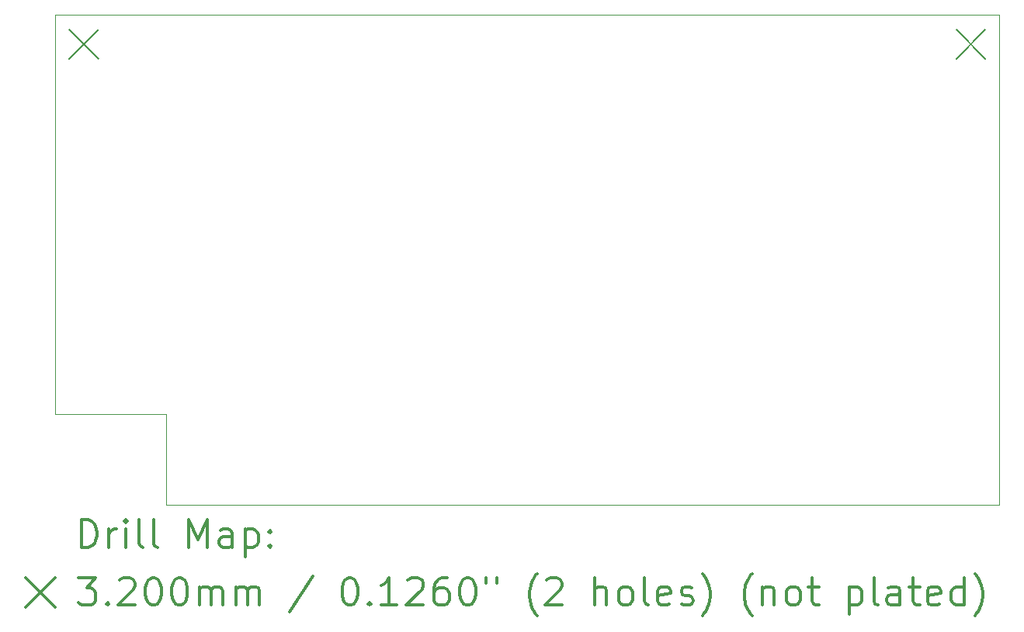
<source format=gbr>
%FSLAX45Y45*%
G04 Gerber Fmt 4.5, Leading zero omitted, Abs format (unit mm)*
G04 Created by KiCad (PCBNEW (5.1.12)-1) date 2022-10-05 20:03:58*
%MOMM*%
%LPD*%
G01*
G04 APERTURE LIST*
%TA.AperFunction,Profile*%
%ADD10C,0.050000*%
%TD*%
%ADD11C,0.200000*%
%ADD12C,0.300000*%
G04 APERTURE END LIST*
D10*
X12577620Y-13870746D02*
X12577620Y-14860746D01*
X12577620Y-13870746D02*
X11368620Y-13870746D01*
X21664620Y-9514746D02*
X21664620Y-14860746D01*
X11368620Y-9514746D02*
X21664620Y-9514746D01*
X11368620Y-13870746D02*
X11368620Y-9514746D01*
X21664620Y-14860746D02*
X12577620Y-14860746D01*
D11*
X11517620Y-9675746D02*
X11837620Y-9995746D01*
X11837620Y-9675746D02*
X11517620Y-9995746D01*
X21192620Y-9675746D02*
X21512620Y-9995746D01*
X21512620Y-9675746D02*
X21192620Y-9995746D01*
D12*
X11652548Y-15328960D02*
X11652548Y-15028960D01*
X11723977Y-15028960D01*
X11766834Y-15043246D01*
X11795406Y-15071817D01*
X11809691Y-15100389D01*
X11823977Y-15157532D01*
X11823977Y-15200389D01*
X11809691Y-15257532D01*
X11795406Y-15286103D01*
X11766834Y-15314675D01*
X11723977Y-15328960D01*
X11652548Y-15328960D01*
X11952548Y-15328960D02*
X11952548Y-15128960D01*
X11952548Y-15186103D02*
X11966834Y-15157532D01*
X11981120Y-15143246D01*
X12009691Y-15128960D01*
X12038263Y-15128960D01*
X12138263Y-15328960D02*
X12138263Y-15128960D01*
X12138263Y-15028960D02*
X12123977Y-15043246D01*
X12138263Y-15057532D01*
X12152548Y-15043246D01*
X12138263Y-15028960D01*
X12138263Y-15057532D01*
X12323977Y-15328960D02*
X12295406Y-15314675D01*
X12281120Y-15286103D01*
X12281120Y-15028960D01*
X12481120Y-15328960D02*
X12452548Y-15314675D01*
X12438263Y-15286103D01*
X12438263Y-15028960D01*
X12823977Y-15328960D02*
X12823977Y-15028960D01*
X12923977Y-15243246D01*
X13023977Y-15028960D01*
X13023977Y-15328960D01*
X13295406Y-15328960D02*
X13295406Y-15171817D01*
X13281120Y-15143246D01*
X13252548Y-15128960D01*
X13195406Y-15128960D01*
X13166834Y-15143246D01*
X13295406Y-15314675D02*
X13266834Y-15328960D01*
X13195406Y-15328960D01*
X13166834Y-15314675D01*
X13152548Y-15286103D01*
X13152548Y-15257532D01*
X13166834Y-15228960D01*
X13195406Y-15214675D01*
X13266834Y-15214675D01*
X13295406Y-15200389D01*
X13438263Y-15128960D02*
X13438263Y-15428960D01*
X13438263Y-15143246D02*
X13466834Y-15128960D01*
X13523977Y-15128960D01*
X13552548Y-15143246D01*
X13566834Y-15157532D01*
X13581120Y-15186103D01*
X13581120Y-15271817D01*
X13566834Y-15300389D01*
X13552548Y-15314675D01*
X13523977Y-15328960D01*
X13466834Y-15328960D01*
X13438263Y-15314675D01*
X13709691Y-15300389D02*
X13723977Y-15314675D01*
X13709691Y-15328960D01*
X13695406Y-15314675D01*
X13709691Y-15300389D01*
X13709691Y-15328960D01*
X13709691Y-15143246D02*
X13723977Y-15157532D01*
X13709691Y-15171817D01*
X13695406Y-15157532D01*
X13709691Y-15143246D01*
X13709691Y-15171817D01*
X11046120Y-15663246D02*
X11366120Y-15983246D01*
X11366120Y-15663246D02*
X11046120Y-15983246D01*
X11623977Y-15658960D02*
X11809691Y-15658960D01*
X11709691Y-15773246D01*
X11752548Y-15773246D01*
X11781120Y-15787532D01*
X11795406Y-15801817D01*
X11809691Y-15830389D01*
X11809691Y-15901817D01*
X11795406Y-15930389D01*
X11781120Y-15944675D01*
X11752548Y-15958960D01*
X11666834Y-15958960D01*
X11638263Y-15944675D01*
X11623977Y-15930389D01*
X11938263Y-15930389D02*
X11952548Y-15944675D01*
X11938263Y-15958960D01*
X11923977Y-15944675D01*
X11938263Y-15930389D01*
X11938263Y-15958960D01*
X12066834Y-15687532D02*
X12081120Y-15673246D01*
X12109691Y-15658960D01*
X12181120Y-15658960D01*
X12209691Y-15673246D01*
X12223977Y-15687532D01*
X12238263Y-15716103D01*
X12238263Y-15744675D01*
X12223977Y-15787532D01*
X12052548Y-15958960D01*
X12238263Y-15958960D01*
X12423977Y-15658960D02*
X12452548Y-15658960D01*
X12481120Y-15673246D01*
X12495406Y-15687532D01*
X12509691Y-15716103D01*
X12523977Y-15773246D01*
X12523977Y-15844675D01*
X12509691Y-15901817D01*
X12495406Y-15930389D01*
X12481120Y-15944675D01*
X12452548Y-15958960D01*
X12423977Y-15958960D01*
X12395406Y-15944675D01*
X12381120Y-15930389D01*
X12366834Y-15901817D01*
X12352548Y-15844675D01*
X12352548Y-15773246D01*
X12366834Y-15716103D01*
X12381120Y-15687532D01*
X12395406Y-15673246D01*
X12423977Y-15658960D01*
X12709691Y-15658960D02*
X12738263Y-15658960D01*
X12766834Y-15673246D01*
X12781120Y-15687532D01*
X12795406Y-15716103D01*
X12809691Y-15773246D01*
X12809691Y-15844675D01*
X12795406Y-15901817D01*
X12781120Y-15930389D01*
X12766834Y-15944675D01*
X12738263Y-15958960D01*
X12709691Y-15958960D01*
X12681120Y-15944675D01*
X12666834Y-15930389D01*
X12652548Y-15901817D01*
X12638263Y-15844675D01*
X12638263Y-15773246D01*
X12652548Y-15716103D01*
X12666834Y-15687532D01*
X12681120Y-15673246D01*
X12709691Y-15658960D01*
X12938263Y-15958960D02*
X12938263Y-15758960D01*
X12938263Y-15787532D02*
X12952548Y-15773246D01*
X12981120Y-15758960D01*
X13023977Y-15758960D01*
X13052548Y-15773246D01*
X13066834Y-15801817D01*
X13066834Y-15958960D01*
X13066834Y-15801817D02*
X13081120Y-15773246D01*
X13109691Y-15758960D01*
X13152548Y-15758960D01*
X13181120Y-15773246D01*
X13195406Y-15801817D01*
X13195406Y-15958960D01*
X13338263Y-15958960D02*
X13338263Y-15758960D01*
X13338263Y-15787532D02*
X13352548Y-15773246D01*
X13381120Y-15758960D01*
X13423977Y-15758960D01*
X13452548Y-15773246D01*
X13466834Y-15801817D01*
X13466834Y-15958960D01*
X13466834Y-15801817D02*
X13481120Y-15773246D01*
X13509691Y-15758960D01*
X13552548Y-15758960D01*
X13581120Y-15773246D01*
X13595406Y-15801817D01*
X13595406Y-15958960D01*
X14181120Y-15644675D02*
X13923977Y-16030389D01*
X14566834Y-15658960D02*
X14595406Y-15658960D01*
X14623977Y-15673246D01*
X14638263Y-15687532D01*
X14652548Y-15716103D01*
X14666834Y-15773246D01*
X14666834Y-15844675D01*
X14652548Y-15901817D01*
X14638263Y-15930389D01*
X14623977Y-15944675D01*
X14595406Y-15958960D01*
X14566834Y-15958960D01*
X14538263Y-15944675D01*
X14523977Y-15930389D01*
X14509691Y-15901817D01*
X14495406Y-15844675D01*
X14495406Y-15773246D01*
X14509691Y-15716103D01*
X14523977Y-15687532D01*
X14538263Y-15673246D01*
X14566834Y-15658960D01*
X14795406Y-15930389D02*
X14809691Y-15944675D01*
X14795406Y-15958960D01*
X14781120Y-15944675D01*
X14795406Y-15930389D01*
X14795406Y-15958960D01*
X15095406Y-15958960D02*
X14923977Y-15958960D01*
X15009691Y-15958960D02*
X15009691Y-15658960D01*
X14981120Y-15701817D01*
X14952548Y-15730389D01*
X14923977Y-15744675D01*
X15209691Y-15687532D02*
X15223977Y-15673246D01*
X15252548Y-15658960D01*
X15323977Y-15658960D01*
X15352548Y-15673246D01*
X15366834Y-15687532D01*
X15381120Y-15716103D01*
X15381120Y-15744675D01*
X15366834Y-15787532D01*
X15195406Y-15958960D01*
X15381120Y-15958960D01*
X15638263Y-15658960D02*
X15581120Y-15658960D01*
X15552548Y-15673246D01*
X15538263Y-15687532D01*
X15509691Y-15730389D01*
X15495406Y-15787532D01*
X15495406Y-15901817D01*
X15509691Y-15930389D01*
X15523977Y-15944675D01*
X15552548Y-15958960D01*
X15609691Y-15958960D01*
X15638263Y-15944675D01*
X15652548Y-15930389D01*
X15666834Y-15901817D01*
X15666834Y-15830389D01*
X15652548Y-15801817D01*
X15638263Y-15787532D01*
X15609691Y-15773246D01*
X15552548Y-15773246D01*
X15523977Y-15787532D01*
X15509691Y-15801817D01*
X15495406Y-15830389D01*
X15852548Y-15658960D02*
X15881120Y-15658960D01*
X15909691Y-15673246D01*
X15923977Y-15687532D01*
X15938263Y-15716103D01*
X15952548Y-15773246D01*
X15952548Y-15844675D01*
X15938263Y-15901817D01*
X15923977Y-15930389D01*
X15909691Y-15944675D01*
X15881120Y-15958960D01*
X15852548Y-15958960D01*
X15823977Y-15944675D01*
X15809691Y-15930389D01*
X15795406Y-15901817D01*
X15781120Y-15844675D01*
X15781120Y-15773246D01*
X15795406Y-15716103D01*
X15809691Y-15687532D01*
X15823977Y-15673246D01*
X15852548Y-15658960D01*
X16066834Y-15658960D02*
X16066834Y-15716103D01*
X16181120Y-15658960D02*
X16181120Y-15716103D01*
X16623977Y-16073246D02*
X16609691Y-16058960D01*
X16581120Y-16016103D01*
X16566834Y-15987532D01*
X16552548Y-15944675D01*
X16538263Y-15873246D01*
X16538263Y-15816103D01*
X16552548Y-15744675D01*
X16566834Y-15701817D01*
X16581120Y-15673246D01*
X16609691Y-15630389D01*
X16623977Y-15616103D01*
X16723977Y-15687532D02*
X16738263Y-15673246D01*
X16766834Y-15658960D01*
X16838263Y-15658960D01*
X16866834Y-15673246D01*
X16881120Y-15687532D01*
X16895406Y-15716103D01*
X16895406Y-15744675D01*
X16881120Y-15787532D01*
X16709691Y-15958960D01*
X16895406Y-15958960D01*
X17252548Y-15958960D02*
X17252548Y-15658960D01*
X17381120Y-15958960D02*
X17381120Y-15801817D01*
X17366834Y-15773246D01*
X17338263Y-15758960D01*
X17295406Y-15758960D01*
X17266834Y-15773246D01*
X17252548Y-15787532D01*
X17566834Y-15958960D02*
X17538263Y-15944675D01*
X17523977Y-15930389D01*
X17509691Y-15901817D01*
X17509691Y-15816103D01*
X17523977Y-15787532D01*
X17538263Y-15773246D01*
X17566834Y-15758960D01*
X17609691Y-15758960D01*
X17638263Y-15773246D01*
X17652548Y-15787532D01*
X17666834Y-15816103D01*
X17666834Y-15901817D01*
X17652548Y-15930389D01*
X17638263Y-15944675D01*
X17609691Y-15958960D01*
X17566834Y-15958960D01*
X17838263Y-15958960D02*
X17809691Y-15944675D01*
X17795406Y-15916103D01*
X17795406Y-15658960D01*
X18066834Y-15944675D02*
X18038263Y-15958960D01*
X17981120Y-15958960D01*
X17952548Y-15944675D01*
X17938263Y-15916103D01*
X17938263Y-15801817D01*
X17952548Y-15773246D01*
X17981120Y-15758960D01*
X18038263Y-15758960D01*
X18066834Y-15773246D01*
X18081120Y-15801817D01*
X18081120Y-15830389D01*
X17938263Y-15858960D01*
X18195406Y-15944675D02*
X18223977Y-15958960D01*
X18281120Y-15958960D01*
X18309691Y-15944675D01*
X18323977Y-15916103D01*
X18323977Y-15901817D01*
X18309691Y-15873246D01*
X18281120Y-15858960D01*
X18238263Y-15858960D01*
X18209691Y-15844675D01*
X18195406Y-15816103D01*
X18195406Y-15801817D01*
X18209691Y-15773246D01*
X18238263Y-15758960D01*
X18281120Y-15758960D01*
X18309691Y-15773246D01*
X18423977Y-16073246D02*
X18438263Y-16058960D01*
X18466834Y-16016103D01*
X18481120Y-15987532D01*
X18495406Y-15944675D01*
X18509691Y-15873246D01*
X18509691Y-15816103D01*
X18495406Y-15744675D01*
X18481120Y-15701817D01*
X18466834Y-15673246D01*
X18438263Y-15630389D01*
X18423977Y-15616103D01*
X18966834Y-16073246D02*
X18952548Y-16058960D01*
X18923977Y-16016103D01*
X18909691Y-15987532D01*
X18895406Y-15944675D01*
X18881120Y-15873246D01*
X18881120Y-15816103D01*
X18895406Y-15744675D01*
X18909691Y-15701817D01*
X18923977Y-15673246D01*
X18952548Y-15630389D01*
X18966834Y-15616103D01*
X19081120Y-15758960D02*
X19081120Y-15958960D01*
X19081120Y-15787532D02*
X19095406Y-15773246D01*
X19123977Y-15758960D01*
X19166834Y-15758960D01*
X19195406Y-15773246D01*
X19209691Y-15801817D01*
X19209691Y-15958960D01*
X19395406Y-15958960D02*
X19366834Y-15944675D01*
X19352548Y-15930389D01*
X19338263Y-15901817D01*
X19338263Y-15816103D01*
X19352548Y-15787532D01*
X19366834Y-15773246D01*
X19395406Y-15758960D01*
X19438263Y-15758960D01*
X19466834Y-15773246D01*
X19481120Y-15787532D01*
X19495406Y-15816103D01*
X19495406Y-15901817D01*
X19481120Y-15930389D01*
X19466834Y-15944675D01*
X19438263Y-15958960D01*
X19395406Y-15958960D01*
X19581120Y-15758960D02*
X19695406Y-15758960D01*
X19623977Y-15658960D02*
X19623977Y-15916103D01*
X19638263Y-15944675D01*
X19666834Y-15958960D01*
X19695406Y-15958960D01*
X20023977Y-15758960D02*
X20023977Y-16058960D01*
X20023977Y-15773246D02*
X20052548Y-15758960D01*
X20109691Y-15758960D01*
X20138263Y-15773246D01*
X20152548Y-15787532D01*
X20166834Y-15816103D01*
X20166834Y-15901817D01*
X20152548Y-15930389D01*
X20138263Y-15944675D01*
X20109691Y-15958960D01*
X20052548Y-15958960D01*
X20023977Y-15944675D01*
X20338263Y-15958960D02*
X20309691Y-15944675D01*
X20295406Y-15916103D01*
X20295406Y-15658960D01*
X20581120Y-15958960D02*
X20581120Y-15801817D01*
X20566834Y-15773246D01*
X20538263Y-15758960D01*
X20481120Y-15758960D01*
X20452548Y-15773246D01*
X20581120Y-15944675D02*
X20552548Y-15958960D01*
X20481120Y-15958960D01*
X20452548Y-15944675D01*
X20438263Y-15916103D01*
X20438263Y-15887532D01*
X20452548Y-15858960D01*
X20481120Y-15844675D01*
X20552548Y-15844675D01*
X20581120Y-15830389D01*
X20681120Y-15758960D02*
X20795406Y-15758960D01*
X20723977Y-15658960D02*
X20723977Y-15916103D01*
X20738263Y-15944675D01*
X20766834Y-15958960D01*
X20795406Y-15958960D01*
X21009691Y-15944675D02*
X20981120Y-15958960D01*
X20923977Y-15958960D01*
X20895406Y-15944675D01*
X20881120Y-15916103D01*
X20881120Y-15801817D01*
X20895406Y-15773246D01*
X20923977Y-15758960D01*
X20981120Y-15758960D01*
X21009691Y-15773246D01*
X21023977Y-15801817D01*
X21023977Y-15830389D01*
X20881120Y-15858960D01*
X21281120Y-15958960D02*
X21281120Y-15658960D01*
X21281120Y-15944675D02*
X21252548Y-15958960D01*
X21195406Y-15958960D01*
X21166834Y-15944675D01*
X21152548Y-15930389D01*
X21138263Y-15901817D01*
X21138263Y-15816103D01*
X21152548Y-15787532D01*
X21166834Y-15773246D01*
X21195406Y-15758960D01*
X21252548Y-15758960D01*
X21281120Y-15773246D01*
X21395406Y-16073246D02*
X21409691Y-16058960D01*
X21438263Y-16016103D01*
X21452548Y-15987532D01*
X21466834Y-15944675D01*
X21481120Y-15873246D01*
X21481120Y-15816103D01*
X21466834Y-15744675D01*
X21452548Y-15701817D01*
X21438263Y-15673246D01*
X21409691Y-15630389D01*
X21395406Y-15616103D01*
M02*

</source>
